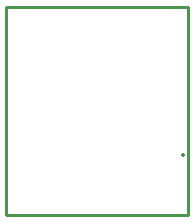
<source format=gbo>
G04 Layer_Color=32896*
%FSLAX25Y25*%
%MOIN*%
G70*
G01*
G75*
%ADD19C,0.01000*%
D19*
X1500Y1500D02*
X62000D01*
X1500D02*
Y71000D01*
X62000D01*
Y1500D02*
Y71000D01*
X60000Y21500D02*
X60333D01*
Y21833D01*
X60000D01*
Y21500D01*
M02*

</source>
